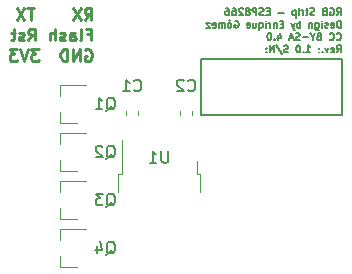
<source format=gbr>
G04 #@! TF.GenerationSoftware,KiCad,Pcbnew,5.0.2-bee76a0~70~ubuntu18.04.1*
G04 #@! TF.CreationDate,2019-12-10T21:20:44+01:00*
G04 #@! TF.ProjectId,RGB_strip,5247425f-7374-4726-9970-2e6b69636164,rev?*
G04 #@! TF.SameCoordinates,Original*
G04 #@! TF.FileFunction,Legend,Bot*
G04 #@! TF.FilePolarity,Positive*
%FSLAX46Y46*%
G04 Gerber Fmt 4.6, Leading zero omitted, Abs format (unit mm)*
G04 Created by KiCad (PCBNEW 5.0.2-bee76a0~70~ubuntu18.04.1) date mar 10 dic 2019 21:20:44 CET*
%MOMM*%
%LPD*%
G01*
G04 APERTURE LIST*
%ADD10C,0.200000*%
%ADD11C,0.150000*%
%ADD12C,0.250000*%
%ADD13C,0.120000*%
G04 APERTURE END LIST*
D10*
X139065000Y-94869000D02*
X139065000Y-90170000D01*
X127127000Y-94869000D02*
X139065000Y-94869000D01*
X127127000Y-90170000D02*
X127127000Y-94869000D01*
X139065000Y-90170000D02*
X127127000Y-90170000D01*
D11*
X138608785Y-86453428D02*
X138808785Y-86167714D01*
X138951642Y-86453428D02*
X138951642Y-85853428D01*
X138723071Y-85853428D01*
X138665928Y-85882000D01*
X138637357Y-85910571D01*
X138608785Y-85967714D01*
X138608785Y-86053428D01*
X138637357Y-86110571D01*
X138665928Y-86139142D01*
X138723071Y-86167714D01*
X138951642Y-86167714D01*
X138037357Y-85882000D02*
X138094500Y-85853428D01*
X138180214Y-85853428D01*
X138265928Y-85882000D01*
X138323071Y-85939142D01*
X138351642Y-85996285D01*
X138380214Y-86110571D01*
X138380214Y-86196285D01*
X138351642Y-86310571D01*
X138323071Y-86367714D01*
X138265928Y-86424857D01*
X138180214Y-86453428D01*
X138123071Y-86453428D01*
X138037357Y-86424857D01*
X138008785Y-86396285D01*
X138008785Y-86196285D01*
X138123071Y-86196285D01*
X137551642Y-86139142D02*
X137465928Y-86167714D01*
X137437357Y-86196285D01*
X137408785Y-86253428D01*
X137408785Y-86339142D01*
X137437357Y-86396285D01*
X137465928Y-86424857D01*
X137523071Y-86453428D01*
X137751642Y-86453428D01*
X137751642Y-85853428D01*
X137551642Y-85853428D01*
X137494500Y-85882000D01*
X137465928Y-85910571D01*
X137437357Y-85967714D01*
X137437357Y-86024857D01*
X137465928Y-86082000D01*
X137494500Y-86110571D01*
X137551642Y-86139142D01*
X137751642Y-86139142D01*
X136723071Y-86424857D02*
X136637357Y-86453428D01*
X136494500Y-86453428D01*
X136437357Y-86424857D01*
X136408785Y-86396285D01*
X136380214Y-86339142D01*
X136380214Y-86282000D01*
X136408785Y-86224857D01*
X136437357Y-86196285D01*
X136494500Y-86167714D01*
X136608785Y-86139142D01*
X136665928Y-86110571D01*
X136694500Y-86082000D01*
X136723071Y-86024857D01*
X136723071Y-85967714D01*
X136694500Y-85910571D01*
X136665928Y-85882000D01*
X136608785Y-85853428D01*
X136465928Y-85853428D01*
X136380214Y-85882000D01*
X136208785Y-86053428D02*
X135980214Y-86053428D01*
X136123071Y-85853428D02*
X136123071Y-86367714D01*
X136094500Y-86424857D01*
X136037357Y-86453428D01*
X135980214Y-86453428D01*
X135780214Y-86453428D02*
X135780214Y-86053428D01*
X135780214Y-86167714D02*
X135751642Y-86110571D01*
X135723071Y-86082000D01*
X135665928Y-86053428D01*
X135608785Y-86053428D01*
X135408785Y-86453428D02*
X135408785Y-86053428D01*
X135408785Y-85853428D02*
X135437357Y-85882000D01*
X135408785Y-85910571D01*
X135380214Y-85882000D01*
X135408785Y-85853428D01*
X135408785Y-85910571D01*
X135123071Y-86053428D02*
X135123071Y-86653428D01*
X135123071Y-86082000D02*
X135065928Y-86053428D01*
X134951642Y-86053428D01*
X134894500Y-86082000D01*
X134865928Y-86110571D01*
X134837357Y-86167714D01*
X134837357Y-86339142D01*
X134865928Y-86396285D01*
X134894500Y-86424857D01*
X134951642Y-86453428D01*
X135065928Y-86453428D01*
X135123071Y-86424857D01*
X134123071Y-86224857D02*
X133665928Y-86224857D01*
X132923071Y-86139142D02*
X132723071Y-86139142D01*
X132637357Y-86453428D02*
X132923071Y-86453428D01*
X132923071Y-85853428D01*
X132637357Y-85853428D01*
X132408785Y-86424857D02*
X132323071Y-86453428D01*
X132180214Y-86453428D01*
X132123071Y-86424857D01*
X132094500Y-86396285D01*
X132065928Y-86339142D01*
X132065928Y-86282000D01*
X132094500Y-86224857D01*
X132123071Y-86196285D01*
X132180214Y-86167714D01*
X132294500Y-86139142D01*
X132351642Y-86110571D01*
X132380214Y-86082000D01*
X132408785Y-86024857D01*
X132408785Y-85967714D01*
X132380214Y-85910571D01*
X132351642Y-85882000D01*
X132294500Y-85853428D01*
X132151642Y-85853428D01*
X132065928Y-85882000D01*
X131808785Y-86453428D02*
X131808785Y-85853428D01*
X131580214Y-85853428D01*
X131523071Y-85882000D01*
X131494500Y-85910571D01*
X131465928Y-85967714D01*
X131465928Y-86053428D01*
X131494500Y-86110571D01*
X131523071Y-86139142D01*
X131580214Y-86167714D01*
X131808785Y-86167714D01*
X131123071Y-86110571D02*
X131180214Y-86082000D01*
X131208785Y-86053428D01*
X131237357Y-85996285D01*
X131237357Y-85967714D01*
X131208785Y-85910571D01*
X131180214Y-85882000D01*
X131123071Y-85853428D01*
X131008785Y-85853428D01*
X130951642Y-85882000D01*
X130923071Y-85910571D01*
X130894500Y-85967714D01*
X130894500Y-85996285D01*
X130923071Y-86053428D01*
X130951642Y-86082000D01*
X131008785Y-86110571D01*
X131123071Y-86110571D01*
X131180214Y-86139142D01*
X131208785Y-86167714D01*
X131237357Y-86224857D01*
X131237357Y-86339142D01*
X131208785Y-86396285D01*
X131180214Y-86424857D01*
X131123071Y-86453428D01*
X131008785Y-86453428D01*
X130951642Y-86424857D01*
X130923071Y-86396285D01*
X130894500Y-86339142D01*
X130894500Y-86224857D01*
X130923071Y-86167714D01*
X130951642Y-86139142D01*
X131008785Y-86110571D01*
X130665928Y-85910571D02*
X130637357Y-85882000D01*
X130580214Y-85853428D01*
X130437357Y-85853428D01*
X130380214Y-85882000D01*
X130351642Y-85910571D01*
X130323071Y-85967714D01*
X130323071Y-86024857D01*
X130351642Y-86110571D01*
X130694500Y-86453428D01*
X130323071Y-86453428D01*
X129808785Y-85853428D02*
X129923071Y-85853428D01*
X129980214Y-85882000D01*
X130008785Y-85910571D01*
X130065928Y-85996285D01*
X130094500Y-86110571D01*
X130094500Y-86339142D01*
X130065928Y-86396285D01*
X130037357Y-86424857D01*
X129980214Y-86453428D01*
X129865928Y-86453428D01*
X129808785Y-86424857D01*
X129780214Y-86396285D01*
X129751642Y-86339142D01*
X129751642Y-86196285D01*
X129780214Y-86139142D01*
X129808785Y-86110571D01*
X129865928Y-86082000D01*
X129980214Y-86082000D01*
X130037357Y-86110571D01*
X130065928Y-86139142D01*
X130094500Y-86196285D01*
X129237357Y-85853428D02*
X129351642Y-85853428D01*
X129408785Y-85882000D01*
X129437357Y-85910571D01*
X129494500Y-85996285D01*
X129523071Y-86110571D01*
X129523071Y-86339142D01*
X129494500Y-86396285D01*
X129465928Y-86424857D01*
X129408785Y-86453428D01*
X129294500Y-86453428D01*
X129237357Y-86424857D01*
X129208785Y-86396285D01*
X129180214Y-86339142D01*
X129180214Y-86196285D01*
X129208785Y-86139142D01*
X129237357Y-86110571D01*
X129294500Y-86082000D01*
X129408785Y-86082000D01*
X129465928Y-86110571D01*
X129494500Y-86139142D01*
X129523071Y-86196285D01*
X138951642Y-87503428D02*
X138951642Y-86903428D01*
X138808785Y-86903428D01*
X138723071Y-86932000D01*
X138665928Y-86989142D01*
X138637357Y-87046285D01*
X138608785Y-87160571D01*
X138608785Y-87246285D01*
X138637357Y-87360571D01*
X138665928Y-87417714D01*
X138723071Y-87474857D01*
X138808785Y-87503428D01*
X138951642Y-87503428D01*
X138123071Y-87474857D02*
X138180214Y-87503428D01*
X138294500Y-87503428D01*
X138351642Y-87474857D01*
X138380214Y-87417714D01*
X138380214Y-87189142D01*
X138351642Y-87132000D01*
X138294500Y-87103428D01*
X138180214Y-87103428D01*
X138123071Y-87132000D01*
X138094500Y-87189142D01*
X138094500Y-87246285D01*
X138380214Y-87303428D01*
X137865928Y-87474857D02*
X137808785Y-87503428D01*
X137694500Y-87503428D01*
X137637357Y-87474857D01*
X137608785Y-87417714D01*
X137608785Y-87389142D01*
X137637357Y-87332000D01*
X137694500Y-87303428D01*
X137780214Y-87303428D01*
X137837357Y-87274857D01*
X137865928Y-87217714D01*
X137865928Y-87189142D01*
X137837357Y-87132000D01*
X137780214Y-87103428D01*
X137694500Y-87103428D01*
X137637357Y-87132000D01*
X137351642Y-87503428D02*
X137351642Y-87103428D01*
X137351642Y-86903428D02*
X137380214Y-86932000D01*
X137351642Y-86960571D01*
X137323071Y-86932000D01*
X137351642Y-86903428D01*
X137351642Y-86960571D01*
X136808785Y-87103428D02*
X136808785Y-87589142D01*
X136837357Y-87646285D01*
X136865928Y-87674857D01*
X136923071Y-87703428D01*
X137008785Y-87703428D01*
X137065928Y-87674857D01*
X136808785Y-87474857D02*
X136865928Y-87503428D01*
X136980214Y-87503428D01*
X137037357Y-87474857D01*
X137065928Y-87446285D01*
X137094500Y-87389142D01*
X137094500Y-87217714D01*
X137065928Y-87160571D01*
X137037357Y-87132000D01*
X136980214Y-87103428D01*
X136865928Y-87103428D01*
X136808785Y-87132000D01*
X136523071Y-87103428D02*
X136523071Y-87503428D01*
X136523071Y-87160571D02*
X136494500Y-87132000D01*
X136437357Y-87103428D01*
X136351642Y-87103428D01*
X136294500Y-87132000D01*
X136265928Y-87189142D01*
X136265928Y-87503428D01*
X135523071Y-87503428D02*
X135523071Y-86903428D01*
X135523071Y-87132000D02*
X135465928Y-87103428D01*
X135351642Y-87103428D01*
X135294500Y-87132000D01*
X135265928Y-87160571D01*
X135237357Y-87217714D01*
X135237357Y-87389142D01*
X135265928Y-87446285D01*
X135294500Y-87474857D01*
X135351642Y-87503428D01*
X135465928Y-87503428D01*
X135523071Y-87474857D01*
X135037357Y-87103428D02*
X134894500Y-87503428D01*
X134751642Y-87103428D02*
X134894500Y-87503428D01*
X134951642Y-87646285D01*
X134980214Y-87674857D01*
X135037357Y-87703428D01*
X134065928Y-87189142D02*
X133865928Y-87189142D01*
X133780214Y-87503428D02*
X134065928Y-87503428D01*
X134065928Y-86903428D01*
X133780214Y-86903428D01*
X133523071Y-87103428D02*
X133523071Y-87503428D01*
X133523071Y-87160571D02*
X133494500Y-87132000D01*
X133437357Y-87103428D01*
X133351642Y-87103428D01*
X133294500Y-87132000D01*
X133265928Y-87189142D01*
X133265928Y-87503428D01*
X132980214Y-87503428D02*
X132980214Y-87103428D01*
X132980214Y-87217714D02*
X132951642Y-87160571D01*
X132923071Y-87132000D01*
X132865928Y-87103428D01*
X132808785Y-87103428D01*
X132608785Y-87503428D02*
X132608785Y-87103428D01*
X132608785Y-86903428D02*
X132637357Y-86932000D01*
X132608785Y-86960571D01*
X132580214Y-86932000D01*
X132608785Y-86903428D01*
X132608785Y-86960571D01*
X132065928Y-87103428D02*
X132065928Y-87703428D01*
X132065928Y-87474857D02*
X132123071Y-87503428D01*
X132237357Y-87503428D01*
X132294500Y-87474857D01*
X132323071Y-87446285D01*
X132351642Y-87389142D01*
X132351642Y-87217714D01*
X132323071Y-87160571D01*
X132294500Y-87132000D01*
X132237357Y-87103428D01*
X132123071Y-87103428D01*
X132065928Y-87132000D01*
X131523071Y-87103428D02*
X131523071Y-87503428D01*
X131780214Y-87103428D02*
X131780214Y-87417714D01*
X131751642Y-87474857D01*
X131694500Y-87503428D01*
X131608785Y-87503428D01*
X131551642Y-87474857D01*
X131523071Y-87446285D01*
X131008785Y-87474857D02*
X131065928Y-87503428D01*
X131180214Y-87503428D01*
X131237357Y-87474857D01*
X131265928Y-87417714D01*
X131265928Y-87189142D01*
X131237357Y-87132000D01*
X131180214Y-87103428D01*
X131065928Y-87103428D01*
X131008785Y-87132000D01*
X130980214Y-87189142D01*
X130980214Y-87246285D01*
X131265928Y-87303428D01*
X129951642Y-86932000D02*
X130008785Y-86903428D01*
X130094500Y-86903428D01*
X130180214Y-86932000D01*
X130237357Y-86989142D01*
X130265928Y-87046285D01*
X130294500Y-87160571D01*
X130294500Y-87246285D01*
X130265928Y-87360571D01*
X130237357Y-87417714D01*
X130180214Y-87474857D01*
X130094500Y-87503428D01*
X130037357Y-87503428D01*
X129951642Y-87474857D01*
X129923071Y-87446285D01*
X129923071Y-87246285D01*
X130037357Y-87246285D01*
X129580214Y-87503428D02*
X129637357Y-87474857D01*
X129665928Y-87446285D01*
X129694500Y-87389142D01*
X129694500Y-87217714D01*
X129665928Y-87160571D01*
X129637357Y-87132000D01*
X129580214Y-87103428D01*
X129494500Y-87103428D01*
X129437357Y-87132000D01*
X129408785Y-87160571D01*
X129380214Y-87217714D01*
X129380214Y-87389142D01*
X129408785Y-87446285D01*
X129437357Y-87474857D01*
X129494500Y-87503428D01*
X129580214Y-87503428D01*
X129465928Y-86874857D02*
X129551642Y-86960571D01*
X129123071Y-87503428D02*
X129123071Y-87103428D01*
X129123071Y-87160571D02*
X129094500Y-87132000D01*
X129037357Y-87103428D01*
X128951642Y-87103428D01*
X128894500Y-87132000D01*
X128865928Y-87189142D01*
X128865928Y-87503428D01*
X128865928Y-87189142D02*
X128837357Y-87132000D01*
X128780214Y-87103428D01*
X128694500Y-87103428D01*
X128637357Y-87132000D01*
X128608785Y-87189142D01*
X128608785Y-87503428D01*
X128094500Y-87474857D02*
X128151642Y-87503428D01*
X128265928Y-87503428D01*
X128323071Y-87474857D01*
X128351642Y-87417714D01*
X128351642Y-87189142D01*
X128323071Y-87132000D01*
X128265928Y-87103428D01*
X128151642Y-87103428D01*
X128094500Y-87132000D01*
X128065928Y-87189142D01*
X128065928Y-87246285D01*
X128351642Y-87303428D01*
X127865928Y-87103428D02*
X127551642Y-87103428D01*
X127865928Y-87503428D01*
X127551642Y-87503428D01*
X138608785Y-88496285D02*
X138637357Y-88524857D01*
X138723071Y-88553428D01*
X138780214Y-88553428D01*
X138865928Y-88524857D01*
X138923071Y-88467714D01*
X138951642Y-88410571D01*
X138980214Y-88296285D01*
X138980214Y-88210571D01*
X138951642Y-88096285D01*
X138923071Y-88039142D01*
X138865928Y-87982000D01*
X138780214Y-87953428D01*
X138723071Y-87953428D01*
X138637357Y-87982000D01*
X138608785Y-88010571D01*
X138008785Y-88496285D02*
X138037357Y-88524857D01*
X138123071Y-88553428D01*
X138180214Y-88553428D01*
X138265928Y-88524857D01*
X138323071Y-88467714D01*
X138351642Y-88410571D01*
X138380214Y-88296285D01*
X138380214Y-88210571D01*
X138351642Y-88096285D01*
X138323071Y-88039142D01*
X138265928Y-87982000D01*
X138180214Y-87953428D01*
X138123071Y-87953428D01*
X138037357Y-87982000D01*
X138008785Y-88010571D01*
X137094500Y-88239142D02*
X137008785Y-88267714D01*
X136980214Y-88296285D01*
X136951642Y-88353428D01*
X136951642Y-88439142D01*
X136980214Y-88496285D01*
X137008785Y-88524857D01*
X137065928Y-88553428D01*
X137294500Y-88553428D01*
X137294500Y-87953428D01*
X137094500Y-87953428D01*
X137037357Y-87982000D01*
X137008785Y-88010571D01*
X136980214Y-88067714D01*
X136980214Y-88124857D01*
X137008785Y-88182000D01*
X137037357Y-88210571D01*
X137094500Y-88239142D01*
X137294500Y-88239142D01*
X136580214Y-88267714D02*
X136580214Y-88553428D01*
X136780214Y-87953428D02*
X136580214Y-88267714D01*
X136380214Y-87953428D01*
X136180214Y-88324857D02*
X135723071Y-88324857D01*
X135465928Y-88524857D02*
X135380214Y-88553428D01*
X135237357Y-88553428D01*
X135180214Y-88524857D01*
X135151642Y-88496285D01*
X135123071Y-88439142D01*
X135123071Y-88382000D01*
X135151642Y-88324857D01*
X135180214Y-88296285D01*
X135237357Y-88267714D01*
X135351642Y-88239142D01*
X135408785Y-88210571D01*
X135437357Y-88182000D01*
X135465928Y-88124857D01*
X135465928Y-88067714D01*
X135437357Y-88010571D01*
X135408785Y-87982000D01*
X135351642Y-87953428D01*
X135208785Y-87953428D01*
X135123071Y-87982000D01*
X134894500Y-88382000D02*
X134608785Y-88382000D01*
X134951642Y-88553428D02*
X134751642Y-87953428D01*
X134551642Y-88553428D01*
X133637357Y-88153428D02*
X133637357Y-88553428D01*
X133780214Y-87924857D02*
X133923071Y-88353428D01*
X133551642Y-88353428D01*
X133323071Y-88496285D02*
X133294500Y-88524857D01*
X133323071Y-88553428D01*
X133351642Y-88524857D01*
X133323071Y-88496285D01*
X133323071Y-88553428D01*
X132923071Y-87953428D02*
X132865928Y-87953428D01*
X132808785Y-87982000D01*
X132780214Y-88010571D01*
X132751642Y-88067714D01*
X132723071Y-88182000D01*
X132723071Y-88324857D01*
X132751642Y-88439142D01*
X132780214Y-88496285D01*
X132808785Y-88524857D01*
X132865928Y-88553428D01*
X132923071Y-88553428D01*
X132980214Y-88524857D01*
X133008785Y-88496285D01*
X133037357Y-88439142D01*
X133065928Y-88324857D01*
X133065928Y-88182000D01*
X133037357Y-88067714D01*
X133008785Y-88010571D01*
X132980214Y-87982000D01*
X132923071Y-87953428D01*
X138608785Y-89603428D02*
X138808785Y-89317714D01*
X138951642Y-89603428D02*
X138951642Y-89003428D01*
X138723071Y-89003428D01*
X138665928Y-89032000D01*
X138637357Y-89060571D01*
X138608785Y-89117714D01*
X138608785Y-89203428D01*
X138637357Y-89260571D01*
X138665928Y-89289142D01*
X138723071Y-89317714D01*
X138951642Y-89317714D01*
X138123071Y-89574857D02*
X138180214Y-89603428D01*
X138294500Y-89603428D01*
X138351642Y-89574857D01*
X138380214Y-89517714D01*
X138380214Y-89289142D01*
X138351642Y-89232000D01*
X138294500Y-89203428D01*
X138180214Y-89203428D01*
X138123071Y-89232000D01*
X138094500Y-89289142D01*
X138094500Y-89346285D01*
X138380214Y-89403428D01*
X137894500Y-89203428D02*
X137751642Y-89603428D01*
X137608785Y-89203428D01*
X137380214Y-89546285D02*
X137351642Y-89574857D01*
X137380214Y-89603428D01*
X137408785Y-89574857D01*
X137380214Y-89546285D01*
X137380214Y-89603428D01*
X137094500Y-89546285D02*
X137065928Y-89574857D01*
X137094500Y-89603428D01*
X137123071Y-89574857D01*
X137094500Y-89546285D01*
X137094500Y-89603428D01*
X137094500Y-89232000D02*
X137065928Y-89260571D01*
X137094500Y-89289142D01*
X137123071Y-89260571D01*
X137094500Y-89232000D01*
X137094500Y-89289142D01*
X136037357Y-89603428D02*
X136380214Y-89603428D01*
X136208785Y-89603428D02*
X136208785Y-89003428D01*
X136265928Y-89089142D01*
X136323071Y-89146285D01*
X136380214Y-89174857D01*
X135780214Y-89546285D02*
X135751642Y-89574857D01*
X135780214Y-89603428D01*
X135808785Y-89574857D01*
X135780214Y-89546285D01*
X135780214Y-89603428D01*
X135380214Y-89003428D02*
X135323071Y-89003428D01*
X135265928Y-89032000D01*
X135237357Y-89060571D01*
X135208785Y-89117714D01*
X135180214Y-89232000D01*
X135180214Y-89374857D01*
X135208785Y-89489142D01*
X135237357Y-89546285D01*
X135265928Y-89574857D01*
X135323071Y-89603428D01*
X135380214Y-89603428D01*
X135437357Y-89574857D01*
X135465928Y-89546285D01*
X135494500Y-89489142D01*
X135523071Y-89374857D01*
X135523071Y-89232000D01*
X135494500Y-89117714D01*
X135465928Y-89060571D01*
X135437357Y-89032000D01*
X135380214Y-89003428D01*
X134494500Y-89574857D02*
X134408785Y-89603428D01*
X134265928Y-89603428D01*
X134208785Y-89574857D01*
X134180214Y-89546285D01*
X134151642Y-89489142D01*
X134151642Y-89432000D01*
X134180214Y-89374857D01*
X134208785Y-89346285D01*
X134265928Y-89317714D01*
X134380214Y-89289142D01*
X134437357Y-89260571D01*
X134465928Y-89232000D01*
X134494500Y-89174857D01*
X134494500Y-89117714D01*
X134465928Y-89060571D01*
X134437357Y-89032000D01*
X134380214Y-89003428D01*
X134237357Y-89003428D01*
X134151642Y-89032000D01*
X133465928Y-88974857D02*
X133980214Y-89746285D01*
X133265928Y-89603428D02*
X133265928Y-89003428D01*
X132923071Y-89603428D01*
X132923071Y-89003428D01*
X132637357Y-89546285D02*
X132608785Y-89574857D01*
X132637357Y-89603428D01*
X132665928Y-89574857D01*
X132637357Y-89546285D01*
X132637357Y-89603428D01*
X132637357Y-89232000D02*
X132608785Y-89260571D01*
X132637357Y-89289142D01*
X132665928Y-89260571D01*
X132637357Y-89232000D01*
X132637357Y-89289142D01*
D12*
X117264976Y-86840380D02*
X117598309Y-86364190D01*
X117836404Y-86840380D02*
X117836404Y-85840380D01*
X117455452Y-85840380D01*
X117360214Y-85888000D01*
X117312595Y-85935619D01*
X117264976Y-86030857D01*
X117264976Y-86173714D01*
X117312595Y-86268952D01*
X117360214Y-86316571D01*
X117455452Y-86364190D01*
X117836404Y-86364190D01*
X116931642Y-85840380D02*
X116264976Y-86840380D01*
X116264976Y-85840380D02*
X116931642Y-86840380D01*
X112979261Y-85840380D02*
X112407833Y-85840380D01*
X112693547Y-86840380D02*
X112693547Y-85840380D01*
X112169738Y-85840380D02*
X111503071Y-86840380D01*
X111503071Y-85840380D02*
X112169738Y-86840380D01*
X117503071Y-88066571D02*
X117836404Y-88066571D01*
X117836404Y-88590380D02*
X117836404Y-87590380D01*
X117360214Y-87590380D01*
X116836404Y-88590380D02*
X116931642Y-88542761D01*
X116979261Y-88447523D01*
X116979261Y-87590380D01*
X116026880Y-88590380D02*
X116026880Y-88066571D01*
X116074500Y-87971333D01*
X116169738Y-87923714D01*
X116360214Y-87923714D01*
X116455452Y-87971333D01*
X116026880Y-88542761D02*
X116122119Y-88590380D01*
X116360214Y-88590380D01*
X116455452Y-88542761D01*
X116503071Y-88447523D01*
X116503071Y-88352285D01*
X116455452Y-88257047D01*
X116360214Y-88209428D01*
X116122119Y-88209428D01*
X116026880Y-88161809D01*
X115598309Y-88542761D02*
X115503071Y-88590380D01*
X115312595Y-88590380D01*
X115217357Y-88542761D01*
X115169738Y-88447523D01*
X115169738Y-88399904D01*
X115217357Y-88304666D01*
X115312595Y-88257047D01*
X115455452Y-88257047D01*
X115550690Y-88209428D01*
X115598309Y-88114190D01*
X115598309Y-88066571D01*
X115550690Y-87971333D01*
X115455452Y-87923714D01*
X115312595Y-87923714D01*
X115217357Y-87971333D01*
X114741166Y-88590380D02*
X114741166Y-87590380D01*
X114312595Y-88590380D02*
X114312595Y-88066571D01*
X114360214Y-87971333D01*
X114455452Y-87923714D01*
X114598309Y-87923714D01*
X114693547Y-87971333D01*
X114741166Y-88018952D01*
X112503071Y-88590380D02*
X112836404Y-88114190D01*
X113074500Y-88590380D02*
X113074500Y-87590380D01*
X112693547Y-87590380D01*
X112598309Y-87638000D01*
X112550690Y-87685619D01*
X112503071Y-87780857D01*
X112503071Y-87923714D01*
X112550690Y-88018952D01*
X112598309Y-88066571D01*
X112693547Y-88114190D01*
X113074500Y-88114190D01*
X112122119Y-88542761D02*
X112026880Y-88590380D01*
X111836404Y-88590380D01*
X111741166Y-88542761D01*
X111693547Y-88447523D01*
X111693547Y-88399904D01*
X111741166Y-88304666D01*
X111836404Y-88257047D01*
X111979261Y-88257047D01*
X112074500Y-88209428D01*
X112122119Y-88114190D01*
X112122119Y-88066571D01*
X112074500Y-87971333D01*
X111979261Y-87923714D01*
X111836404Y-87923714D01*
X111741166Y-87971333D01*
X111407833Y-87923714D02*
X111026880Y-87923714D01*
X111264976Y-87590380D02*
X111264976Y-88447523D01*
X111217357Y-88542761D01*
X111122119Y-88590380D01*
X111026880Y-88590380D01*
X117312595Y-89388000D02*
X117407833Y-89340380D01*
X117550690Y-89340380D01*
X117693547Y-89388000D01*
X117788785Y-89483238D01*
X117836404Y-89578476D01*
X117884023Y-89768952D01*
X117884023Y-89911809D01*
X117836404Y-90102285D01*
X117788785Y-90197523D01*
X117693547Y-90292761D01*
X117550690Y-90340380D01*
X117455452Y-90340380D01*
X117312595Y-90292761D01*
X117264976Y-90245142D01*
X117264976Y-89911809D01*
X117455452Y-89911809D01*
X116836404Y-90340380D02*
X116836404Y-89340380D01*
X116264976Y-90340380D01*
X116264976Y-89340380D01*
X115788785Y-90340380D02*
X115788785Y-89340380D01*
X115550690Y-89340380D01*
X115407833Y-89388000D01*
X115312595Y-89483238D01*
X115264976Y-89578476D01*
X115217357Y-89768952D01*
X115217357Y-89911809D01*
X115264976Y-90102285D01*
X115312595Y-90197523D01*
X115407833Y-90292761D01*
X115550690Y-90340380D01*
X115788785Y-90340380D01*
X113360214Y-89340380D02*
X112741166Y-89340380D01*
X113074500Y-89721333D01*
X112931642Y-89721333D01*
X112836404Y-89768952D01*
X112788785Y-89816571D01*
X112741166Y-89911809D01*
X112741166Y-90149904D01*
X112788785Y-90245142D01*
X112836404Y-90292761D01*
X112931642Y-90340380D01*
X113217357Y-90340380D01*
X113312595Y-90292761D01*
X113360214Y-90245142D01*
X112455452Y-89340380D02*
X112122119Y-90340380D01*
X111788785Y-89340380D01*
X111550690Y-89340380D02*
X110931642Y-89340380D01*
X111264976Y-89721333D01*
X111122119Y-89721333D01*
X111026880Y-89768952D01*
X110979261Y-89816571D01*
X110931642Y-89911809D01*
X110931642Y-90149904D01*
X110979261Y-90245142D01*
X111026880Y-90292761D01*
X111122119Y-90340380D01*
X111407833Y-90340380D01*
X111503071Y-90292761D01*
X111550690Y-90245142D01*
D13*
G04 #@! TO.C,C1*
X120775000Y-94904779D02*
X120775000Y-94579221D01*
X121795000Y-94904779D02*
X121795000Y-94579221D01*
G04 #@! TO.C,C2*
X126367000Y-94904779D02*
X126367000Y-94579221D01*
X125347000Y-94904779D02*
X125347000Y-94579221D01*
G04 #@! TO.C,Q1*
X115191000Y-95560000D02*
X115191000Y-94630000D01*
X115191000Y-92400000D02*
X115191000Y-93330000D01*
X115191000Y-92400000D02*
X117351000Y-92400000D01*
X115191000Y-95560000D02*
X116651000Y-95560000D01*
G04 #@! TO.C,Q2*
X115191000Y-99624000D02*
X115191000Y-98694000D01*
X115191000Y-96464000D02*
X115191000Y-97394000D01*
X115191000Y-96464000D02*
X117351000Y-96464000D01*
X115191000Y-99624000D02*
X116651000Y-99624000D01*
G04 #@! TO.C,Q3*
X115191000Y-103688000D02*
X116651000Y-103688000D01*
X115191000Y-100528000D02*
X117351000Y-100528000D01*
X115191000Y-100528000D02*
X115191000Y-101458000D01*
X115191000Y-103688000D02*
X115191000Y-102758000D01*
G04 #@! TO.C,Q4*
X115191000Y-107752000D02*
X116651000Y-107752000D01*
X115191000Y-104592000D02*
X117351000Y-104592000D01*
X115191000Y-104592000D02*
X115191000Y-105522000D01*
X115191000Y-107752000D02*
X115191000Y-106822000D01*
G04 #@! TO.C,U1*
X120121000Y-101392000D02*
X120121000Y-99892000D01*
X120121000Y-99892000D02*
X120391000Y-99892000D01*
X120391000Y-99892000D02*
X120391000Y-97062000D01*
X127021000Y-101392000D02*
X127021000Y-99892000D01*
X127021000Y-99892000D02*
X126751000Y-99892000D01*
X126751000Y-99892000D02*
X126751000Y-98792000D01*
G04 #@! TO.C,C1*
D11*
X121451666Y-92813142D02*
X121499285Y-92860761D01*
X121642142Y-92908380D01*
X121737380Y-92908380D01*
X121880238Y-92860761D01*
X121975476Y-92765523D01*
X122023095Y-92670285D01*
X122070714Y-92479809D01*
X122070714Y-92336952D01*
X122023095Y-92146476D01*
X121975476Y-92051238D01*
X121880238Y-91956000D01*
X121737380Y-91908380D01*
X121642142Y-91908380D01*
X121499285Y-91956000D01*
X121451666Y-92003619D01*
X120499285Y-92908380D02*
X121070714Y-92908380D01*
X120785000Y-92908380D02*
X120785000Y-91908380D01*
X120880238Y-92051238D01*
X120975476Y-92146476D01*
X121070714Y-92194095D01*
G04 #@! TO.C,C2*
X126023666Y-92813142D02*
X126071285Y-92860761D01*
X126214142Y-92908380D01*
X126309380Y-92908380D01*
X126452238Y-92860761D01*
X126547476Y-92765523D01*
X126595095Y-92670285D01*
X126642714Y-92479809D01*
X126642714Y-92336952D01*
X126595095Y-92146476D01*
X126547476Y-92051238D01*
X126452238Y-91956000D01*
X126309380Y-91908380D01*
X126214142Y-91908380D01*
X126071285Y-91956000D01*
X126023666Y-92003619D01*
X125642714Y-92003619D02*
X125595095Y-91956000D01*
X125499857Y-91908380D01*
X125261761Y-91908380D01*
X125166523Y-91956000D01*
X125118904Y-92003619D01*
X125071285Y-92098857D01*
X125071285Y-92194095D01*
X125118904Y-92336952D01*
X125690333Y-92908380D01*
X125071285Y-92908380D01*
G04 #@! TO.C,Q1*
X119094238Y-94527619D02*
X119189476Y-94480000D01*
X119284714Y-94384761D01*
X119427571Y-94241904D01*
X119522809Y-94194285D01*
X119618047Y-94194285D01*
X119570428Y-94432380D02*
X119665666Y-94384761D01*
X119760904Y-94289523D01*
X119808523Y-94099047D01*
X119808523Y-93765714D01*
X119760904Y-93575238D01*
X119665666Y-93480000D01*
X119570428Y-93432380D01*
X119379952Y-93432380D01*
X119284714Y-93480000D01*
X119189476Y-93575238D01*
X119141857Y-93765714D01*
X119141857Y-94099047D01*
X119189476Y-94289523D01*
X119284714Y-94384761D01*
X119379952Y-94432380D01*
X119570428Y-94432380D01*
X118189476Y-94432380D02*
X118760904Y-94432380D01*
X118475190Y-94432380D02*
X118475190Y-93432380D01*
X118570428Y-93575238D01*
X118665666Y-93670476D01*
X118760904Y-93718095D01*
G04 #@! TO.C,Q2*
X119094238Y-98591619D02*
X119189476Y-98544000D01*
X119284714Y-98448761D01*
X119427571Y-98305904D01*
X119522809Y-98258285D01*
X119618047Y-98258285D01*
X119570428Y-98496380D02*
X119665666Y-98448761D01*
X119760904Y-98353523D01*
X119808523Y-98163047D01*
X119808523Y-97829714D01*
X119760904Y-97639238D01*
X119665666Y-97544000D01*
X119570428Y-97496380D01*
X119379952Y-97496380D01*
X119284714Y-97544000D01*
X119189476Y-97639238D01*
X119141857Y-97829714D01*
X119141857Y-98163047D01*
X119189476Y-98353523D01*
X119284714Y-98448761D01*
X119379952Y-98496380D01*
X119570428Y-98496380D01*
X118760904Y-97591619D02*
X118713285Y-97544000D01*
X118618047Y-97496380D01*
X118379952Y-97496380D01*
X118284714Y-97544000D01*
X118237095Y-97591619D01*
X118189476Y-97686857D01*
X118189476Y-97782095D01*
X118237095Y-97924952D01*
X118808523Y-98496380D01*
X118189476Y-98496380D01*
G04 #@! TO.C,Q3*
X119094238Y-102655619D02*
X119189476Y-102608000D01*
X119284714Y-102512761D01*
X119427571Y-102369904D01*
X119522809Y-102322285D01*
X119618047Y-102322285D01*
X119570428Y-102560380D02*
X119665666Y-102512761D01*
X119760904Y-102417523D01*
X119808523Y-102227047D01*
X119808523Y-101893714D01*
X119760904Y-101703238D01*
X119665666Y-101608000D01*
X119570428Y-101560380D01*
X119379952Y-101560380D01*
X119284714Y-101608000D01*
X119189476Y-101703238D01*
X119141857Y-101893714D01*
X119141857Y-102227047D01*
X119189476Y-102417523D01*
X119284714Y-102512761D01*
X119379952Y-102560380D01*
X119570428Y-102560380D01*
X118808523Y-101560380D02*
X118189476Y-101560380D01*
X118522809Y-101941333D01*
X118379952Y-101941333D01*
X118284714Y-101988952D01*
X118237095Y-102036571D01*
X118189476Y-102131809D01*
X118189476Y-102369904D01*
X118237095Y-102465142D01*
X118284714Y-102512761D01*
X118379952Y-102560380D01*
X118665666Y-102560380D01*
X118760904Y-102512761D01*
X118808523Y-102465142D01*
G04 #@! TO.C,Q4*
X119094238Y-106719619D02*
X119189476Y-106672000D01*
X119284714Y-106576761D01*
X119427571Y-106433904D01*
X119522809Y-106386285D01*
X119618047Y-106386285D01*
X119570428Y-106624380D02*
X119665666Y-106576761D01*
X119760904Y-106481523D01*
X119808523Y-106291047D01*
X119808523Y-105957714D01*
X119760904Y-105767238D01*
X119665666Y-105672000D01*
X119570428Y-105624380D01*
X119379952Y-105624380D01*
X119284714Y-105672000D01*
X119189476Y-105767238D01*
X119141857Y-105957714D01*
X119141857Y-106291047D01*
X119189476Y-106481523D01*
X119284714Y-106576761D01*
X119379952Y-106624380D01*
X119570428Y-106624380D01*
X118284714Y-105957714D02*
X118284714Y-106624380D01*
X118522809Y-105576761D02*
X118760904Y-106291047D01*
X118141857Y-106291047D01*
G04 #@! TO.C,U1*
X124332904Y-97945380D02*
X124332904Y-98754904D01*
X124285285Y-98850142D01*
X124237666Y-98897761D01*
X124142428Y-98945380D01*
X123951952Y-98945380D01*
X123856714Y-98897761D01*
X123809095Y-98850142D01*
X123761476Y-98754904D01*
X123761476Y-97945380D01*
X122761476Y-98945380D02*
X123332904Y-98945380D01*
X123047190Y-98945380D02*
X123047190Y-97945380D01*
X123142428Y-98088238D01*
X123237666Y-98183476D01*
X123332904Y-98231095D01*
G04 #@! TD*
M02*

</source>
